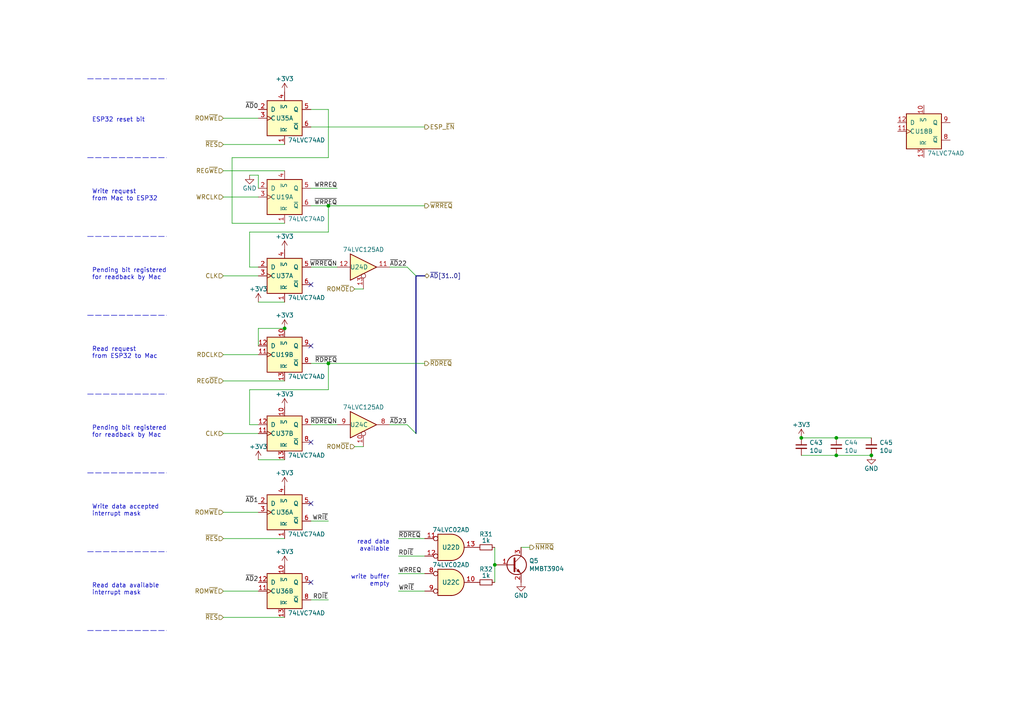
<source format=kicad_sch>
(kicad_sch (version 20211123) (generator eeschema)
  (paper "A4")
  (title_block (title "NuBus-ESP32") (date "2021-11-18") (rev "0.1") (company "Garrett's Workshop"))
  (lib_symbols
    (symbol "74xx:74LS02" (pin_names (offset 1.016))
      (property "Reference" "U" (at 0 1.27 0))
      (property "Value" "74LS02" (at 0 -1.27 0))
      (symbol "74LS02_1_1"
        (arc (start -3.81 -3.81) (mid -2.589 0) (end -3.81 3.81) (stroke (width 0.254)))
        (arc (start -0.6096 -3.81) (mid 2.1855 -2.584) (end 3.81 0) (stroke (width 0.254)) (fill (type background)))
        (polyline (pts (xy -3.81 -3.81) (xy -0.635 -3.81)) (stroke (width 0.254)) (fill (type background)))
        (polyline (pts (xy -3.81 3.81) (xy -0.635 3.81)) (stroke (width 0.254)) (fill (type background)))
        (polyline (pts (xy -0.635 3.81) (xy -3.81 3.81) (xy -3.81 3.81) (xy -3.556 3.4036) (xy -3.0226 2.2606) (xy -2.6924 1.0414) (xy -2.6162 -0.254) (xy -2.7686 -1.4986) (xy -3.175 -2.7178) (xy -3.81 -3.81) (xy -3.81 -3.81) (xy -0.635 -3.81)) (stroke (width -25.4)) (fill (type background)))
        (arc (start 3.81 0) (mid 2.1928 2.5925) (end -0.6096 3.81) (stroke (width 0.254)) (fill (type background)))
        (pin output inverted (at 7.62 0 180) (length 3.81) (name "~") (number "1"))
        (pin input line (at -7.62 2.54 0) (length 4.318) (name "~") (number "2"))
        (pin input line (at -7.62 -2.54 0) (length 4.318) (name "~") (number "3"))
      )
      (symbol "74LS02_1_2"
        (arc (start 0 -3.81) (mid 3.81 0) (end 0 3.81) (stroke (width 0.254)) (fill (type background)))
        (polyline (pts (xy 0 3.81) (xy -3.81 3.81) (xy -3.81 -3.81) (xy 0 -3.81)) (stroke (width 0.254)) (fill (type background)))
        (pin output line (at 7.62 0 180) (length 3.81) (name "~") (number "1"))
        (pin input inverted (at -7.62 2.54 0) (length 3.81) (name "~") (number "2"))
        (pin input inverted (at -7.62 -2.54 0) (length 3.81) (name "~") (number "3"))
      )
      (symbol "74LS02_2_1"
        (arc (start -3.81 -3.81) (mid -2.589 0) (end -3.81 3.81) (stroke (width 0.254)))
        (arc (start -0.6096 -3.81) (mid 2.1855 -2.584) (end 3.81 0) (stroke (width 0.254)) (fill (type background)))
        (polyline (pts (xy -3.81 -3.81) (xy -0.635 -3.81)) (stroke (width 0.254)) (fill (type background)))
        (polyline (pts (xy -3.81 3.81) (xy -0.635 3.81)) (stroke (width 0.254)) (fill (type background)))
        (polyline (pts (xy -0.635 3.81) (xy -3.81 3.81) (xy -3.81 3.81) (xy -3.556 3.4036) (xy -3.0226 2.2606) (xy -2.6924 1.0414) (xy -2.6162 -0.254) (xy -2.7686 -1.4986) (xy -3.175 -2.7178) (xy -3.81 -3.81) (xy -3.81 -3.81) (xy -0.635 -3.81)) (stroke (width -25.4)) (fill (type background)))
        (arc (start 3.81 0) (mid 2.1928 2.5925) (end -0.6096 3.81) (stroke (width 0.254)) (fill (type background)))
        (pin output inverted (at 7.62 0 180) (length 3.81) (name "~") (number "4"))
        (pin input line (at -7.62 2.54 0) (length 4.318) (name "~") (number "5"))
        (pin input line (at -7.62 -2.54 0) (length 4.318) (name "~") (number "6"))
      )
      (symbol "74LS02_2_2"
        (arc (start 0 -3.81) (mid 3.81 0) (end 0 3.81) (stroke (width 0.254)) (fill (type background)))
        (polyline (pts (xy 0 3.81) (xy -3.81 3.81) (xy -3.81 -3.81) (xy 0 -3.81)) (stroke (width 0.254)) (fill (type background)))
        (pin output line (at 7.62 0 180) (length 3.81) (name "~") (number "4"))
        (pin input inverted (at -7.62 2.54 0) (length 3.81) (name "~") (number "5"))
        (pin input inverted (at -7.62 -2.54 0) (length 3.81) (name "~") (number "6"))
      )
      (symbol "74LS02_3_1"
        (arc (start -3.81 -3.81) (mid -2.589 0) (end -3.81 3.81) (stroke (width 0.254)))
        (arc (start -0.6096 -3.81) (mid 2.1855 -2.584) (end 3.81 0) (stroke (width 0.254)) (fill (type background)))
        (polyline (pts (xy -3.81 -3.81) (xy -0.635 -3.81)) (stroke (width 0.254)) (fill (type background)))
        (polyline (pts (xy -3.81 3.81) (xy -0.635 3.81)) (stroke (width 0.254)) (fill (type background)))
        (polyline (pts (xy -0.635 3.81) (xy -3.81 3.81) (xy -3.81 3.81) (xy -3.556 3.4036) (xy -3.0226 2.2606) (xy -2.6924 1.0414) (xy -2.6162 -0.254) (xy -2.7686 -1.4986) (xy -3.175 -2.7178) (xy -3.81 -3.81) (xy -3.81 -3.81) (xy -0.635 -3.81)) (stroke (width -25.4)) (fill (type background)))
        (arc (start 3.81 0) (mid 2.1928 2.5925) (end -0.6096 3.81) (stroke (width 0.254)) (fill (type background)))
        (pin output inverted (at 7.62 0 180) (length 3.81) (name "~") (number "10"))
        (pin input line (at -7.62 2.54 0) (length 4.318) (name "~") (number "8"))
        (pin input line (at -7.62 -2.54 0) (length 4.318) (name "~") (number "9"))
      )
      (symbol "74LS02_3_2"
        (arc (start 0 -3.81) (mid 3.81 0) (end 0 3.81) (stroke (width 0.254)) (fill (type background)))
        (polyline (pts (xy 0 3.81) (xy -3.81 3.81) (xy -3.81 -3.81) (xy 0 -3.81)) (stroke (width 0.254)) (fill (type background)))
        (pin output line (at 7.62 0 180) (length 3.81) (name "~") (number "10"))
        (pin input inverted (at -7.62 2.54 0) (length 3.81) (name "~") (number "8"))
        (pin input inverted (at -7.62 -2.54 0) (length 3.81) (name "~") (number "9"))
      )
      (symbol "74LS02_4_1"
        (arc (start -3.81 -3.81) (mid -2.589 0) (end -3.81 3.81) (stroke (width 0.254)))
        (arc (start -0.6096 -3.81) (mid 2.1855 -2.584) (end 3.81 0) (stroke (width 0.254)) (fill (type background)))
        (polyline (pts (xy -3.81 -3.81) (xy -0.635 -3.81)) (stroke (width 0.254)) (fill (type background)))
        (polyline (pts (xy -3.81 3.81) (xy -0.635 3.81)) (stroke (width 0.254)) (fill (type background)))
        (polyline (pts (xy -0.635 3.81) (xy -3.81 3.81) (xy -3.81 3.81) (xy -3.556 3.4036) (xy -3.0226 2.2606) (xy -2.6924 1.0414) (xy -2.6162 -0.254) (xy -2.7686 -1.4986) (xy -3.175 -2.7178) (xy -3.81 -3.81) (xy -3.81 -3.81) (xy -0.635 -3.81)) (stroke (width -25.4)) (fill (type background)))
        (arc (start 3.81 0) (mid 2.1928 2.5925) (end -0.6096 3.81) (stroke (width 0.254)) (fill (type background)))
        (pin input line (at -7.62 2.54 0) (length 4.318) (name "~") (number "11"))
        (pin input line (at -7.62 -2.54 0) (length 4.318) (name "~") (number "12"))
        (pin output inverted (at 7.62 0 180) (length 3.81) (name "~") (number "13"))
      )
      (symbol "74LS02_4_2"
        (arc (start 0 -3.81) (mid 3.81 0) (end 0 3.81) (stroke (width 0.254)) (fill (type background)))
        (polyline (pts (xy 0 3.81) (xy -3.81 3.81) (xy -3.81 -3.81) (xy 0 -3.81)) (stroke (width 0.254)) (fill (type background)))
        (pin input inverted (at -7.62 2.54 0) (length 3.81) (name "~") (number "11"))
        (pin input inverted (at -7.62 -2.54 0) (length 3.81) (name "~") (number "12"))
        (pin output line (at 7.62 0 180) (length 3.81) (name "~") (number "13"))
      )
      (symbol "74LS02_5_0"
        (pin power_in line (at 0 12.7 270) (length 5.08) (name "VCC") (number "14"))
        (pin power_in line (at 0 -12.7 90) (length 5.08) (name "GND") (number "7"))
      )
      (symbol "74LS02_5_1"
        (rectangle (start -5.08 7.62) (end 5.08 -7.62) (stroke (width 0.254)) (fill (type background)))
      )
    )
    (symbol "74xx:74LS125" (pin_names (offset 1.016))
      (property "Reference" "U" (at 0 1.27 0))
      (property "Value" "74LS125" (at 0 -1.27 0))
      (symbol "74LS125_1_0"
        (polyline (pts (xy -3.81 3.81) (xy -3.81 -3.81) (xy 3.81 0) (xy -3.81 3.81)) (stroke (width 0.254)) (fill (type background)))
        (pin input inverted (at 0 -6.35 90) (length 4.445) (name "~") (number "1"))
        (pin input line (at -7.62 0 0) (length 3.81) (name "~") (number "2"))
        (pin tri_state line (at 7.62 0 180) (length 3.81) (name "~") (number "3"))
      )
      (symbol "74LS125_2_0"
        (polyline (pts (xy -3.81 3.81) (xy -3.81 -3.81) (xy 3.81 0) (xy -3.81 3.81)) (stroke (width 0.254)) (fill (type background)))
        (pin input inverted (at 0 -6.35 90) (length 4.445) (name "~") (number "4"))
        (pin input line (at -7.62 0 0) (length 3.81) (name "~") (number "5"))
        (pin tri_state line (at 7.62 0 180) (length 3.81) (name "~") (number "6"))
      )
      (symbol "74LS125_3_0"
        (polyline (pts (xy -3.81 3.81) (xy -3.81 -3.81) (xy 3.81 0) (xy -3.81 3.81)) (stroke (width 0.254)) (fill (type background)))
        (pin input inverted (at 0 -6.35 90) (length 4.445) (name "~") (number "10"))
        (pin tri_state line (at 7.62 0 180) (length 3.81) (name "~") (number "8"))
        (pin input line (at -7.62 0 0) (length 3.81) (name "~") (number "9"))
      )
      (symbol "74LS125_4_0"
        (polyline (pts (xy -3.81 3.81) (xy -3.81 -3.81) (xy 3.81 0) (xy -3.81 3.81)) (stroke (width 0.254)) (fill (type background)))
        (pin tri_state line (at 7.62 0 180) (length 3.81) (name "~") (number "11"))
        (pin input line (at -7.62 0 0) (length 3.81) (name "~") (number "12"))
        (pin input inverted (at 0 -6.35 90) (length 4.445) (name "~") (number "13"))
      )
      (symbol "74LS125_5_0"
        (pin power_in line (at 0 12.7 270) (length 5.08) (name "VCC") (number "14"))
        (pin power_in line (at 0 -12.7 90) (length 5.08) (name "GND") (number "7"))
      )
      (symbol "74LS125_5_1"
        (rectangle (start -5.08 7.62) (end 5.08 -7.62) (stroke (width 0.254)) (fill (type background)))
      )
    )
    (symbol "74xx:74LS74" (pin_names (offset 1.016))
      (property "Reference" "U" (at -7.62 8.89 0))
      (property "Value" "74LS74" (at -7.62 -8.89 0))
      (symbol "74LS74_1_0"
        (pin input line (at 0 -7.62 90) (length 2.54) (name "~{R}") (number "1"))
        (pin input line (at -7.62 2.54 0) (length 2.54) (name "D") (number "2"))
        (pin input clock (at -7.62 0 0) (length 2.54) (name "C") (number "3"))
        (pin input line (at 0 7.62 270) (length 2.54) (name "~{S}") (number "4"))
        (pin output line (at 7.62 2.54 180) (length 2.54) (name "Q") (number "5"))
        (pin output line (at 7.62 -2.54 180) (length 2.54) (name "~{Q}") (number "6"))
      )
      (symbol "74LS74_1_1"
        (rectangle (start -5.08 5.08) (end 5.08 -5.08) (stroke (width 0.254)) (fill (type background)))
      )
      (symbol "74LS74_2_0"
        (pin input line (at 0 7.62 270) (length 2.54) (name "~{S}") (number "10"))
        (pin input clock (at -7.62 0 0) (length 2.54) (name "C") (number "11"))
        (pin input line (at -7.62 2.54 0) (length 2.54) (name "D") (number "12"))
        (pin input line (at 0 -7.62 90) (length 2.54) (name "~{R}") (number "13"))
        (pin output line (at 7.62 -2.54 180) (length 2.54) (name "~{Q}") (number "8"))
        (pin output line (at 7.62 2.54 180) (length 2.54) (name "Q") (number "9"))
      )
      (symbol "74LS74_2_1"
        (rectangle (start -5.08 5.08) (end 5.08 -5.08) (stroke (width 0.254)) (fill (type background)))
      )
      (symbol "74LS74_3_0"
        (pin power_in line (at 0 10.16 270) (length 2.54) (name "VCC") (number "14"))
        (pin power_in line (at 0 -10.16 90) (length 2.54) (name "GND") (number "7"))
      )
      (symbol "74LS74_3_1"
        (rectangle (start -5.08 7.62) (end 5.08 -7.62) (stroke (width 0.254)) (fill (type background)))
      )
    )
    (symbol "Device:C_Small" (pin_numbers hide) (pin_names (offset 0.254) hide)
      (property "Reference" "C" (at 0.254 1.778 0))
      (property "Value" "C_Small" (at 0.254 -2.032 0))
      (symbol "C_Small_0_1"
        (polyline (pts (xy -1.524 -0.508) (xy 1.524 -0.508)) (stroke (width 0.3302)))
        (polyline (pts (xy -1.524 0.508) (xy 1.524 0.508)) (stroke (width 0.3048)))
      )
      (symbol "C_Small_1_1"
        (pin passive line (at 0 2.54 270) (length 2.032) (name "~") (number "1"))
        (pin passive line (at 0 -2.54 90) (length 2.032) (name "~") (number "2"))
      )
    )
    (symbol "Device:R_Small" (pin_numbers hide) (pin_names (offset 0.254) hide)
      (property "Reference" "R" (at 0.762 0.508 0))
      (property "Value" "R_Small" (at 0.762 -1.016 0))
      (symbol "R_Small_0_1"
        (rectangle (start -0.762 1.778) (end 0.762 -1.778) (stroke (width 0.2032)))
      )
      (symbol "R_Small_1_1"
        (pin passive line (at 0 2.54 270) (length 0.762) (name "~") (number "1"))
        (pin passive line (at 0 -2.54 90) (length 0.762) (name "~") (number "2"))
      )
    )
    (symbol "Transistor_BJT:MMBT3904" (pin_names (offset 0) hide)
      (property "Reference" "Q" (at 5.08 1.905 0))
      (property "Value" "MMBT3904" (at 5.08 0 0))
      (symbol "MMBT3904_0_1"
        (polyline (pts (xy 0.635 0.635) (xy 2.54 2.54)))
        (polyline (pts (xy 0.635 -0.635) (xy 2.54 -2.54) (xy 2.54 -2.54)))
        (polyline (pts (xy 0.635 1.905) (xy 0.635 -1.905) (xy 0.635 -1.905)) (stroke (width 0.508)))
        (polyline (pts (xy 1.27 -1.778) (xy 1.778 -1.27) (xy 2.286 -2.286) (xy 1.27 -1.778) (xy 1.27 -1.778)) (fill (type outline)))
        (circle (center 1.27 0) (radius 2.8194) (stroke (width 0.254)))
      )
      (symbol "MMBT3904_1_1"
        (pin input line (at -5.08 0 0) (length 5.715) (name "B") (number "1"))
        (pin passive line (at 2.54 -5.08 90) (length 2.54) (name "E") (number "2"))
        (pin passive line (at 2.54 5.08 270) (length 2.54) (name "C") (number "3"))
      )
    )
    (symbol "power:+3V3" (power) (pin_names (offset 0))
      (property "Value" "+3V3" (at 0 3.556 0))
      (symbol "+3V3_0_1"
        (polyline (pts (xy -0.762 1.27) (xy 0 2.54)))
        (polyline (pts (xy 0 0) (xy 0 2.54)))
        (polyline (pts (xy 0 2.54) (xy 0.762 1.27)))
      )
      (symbol "+3V3_1_1"
        (pin power_in line (at 0 0 90) (length 0) hide (name "+3V3") (number "1"))
      )
    )
    (symbol "power:GND" (power) (pin_names (offset 0))
      (property "Value" "GND" (at 0 -3.81 0))
      (symbol "GND_0_1"
        (polyline (pts (xy 0 0) (xy 0 -1.27) (xy 1.27 -1.27) (xy 0 -2.54) (xy -1.27 -1.27) (xy 0 -1.27)))
      )
      (symbol "GND_1_1"
        (pin power_in line (at 0 0 270) (length 0) hide (name "GND") (number "1"))
      )
    )
  )
  (junction (at 95.25 59.69))
  (junction (at 232.41 127))
  (junction (at 242.57 127))
  (junction (at 82.55 95.25))
  (junction (at 143.51 163.83))
  (junction (at 242.57 132.08))
  (junction (at 95.25 105.41))
  (junction (at 252.73 132.08))
  (no_connect (at 90.17 168.91))
  (no_connect (at 90.17 128.27))
  (no_connect (at 90.17 146.05))
  (no_connect (at 90.17 100.33))
  (no_connect (at 90.17 82.55))
  (bus_entry (at 118.11 77.47) (size 2.54 2.54))
  (bus_entry (at 118.11 123.19) (size 2.54 2.54))
  (wire (pts (xy 90.17 31.75) (xy 95.25 31.75)))
  (wire (pts (xy 242.57 127) (xy 252.73 127)))
  (wire (pts (xy 72.39 67.31) (xy 72.39 77.47)))
  (wire (pts (xy 82.55 95.25) (xy 74.93 95.25)))
  (wire (pts (xy 242.57 132.08) (xy 232.41 132.08)))
  (wire (pts (xy 64.77 102.87) (xy 74.93 102.87)))
  (polyline (pts (xy 25.4 114.3) (xy 48.26 114.3)))
  (polyline (pts (xy 25.4 22.86) (xy 48.26 22.86)))
  (wire (pts (xy 64.77 41.91) (xy 82.55 41.91)))
  (wire (pts (xy 72.39 113.03) (xy 72.39 123.19)))
  (wire (pts (xy 64.77 171.45) (xy 74.93 171.45)))
  (wire (pts (xy 72.39 50.8) (xy 74.93 50.8)))
  (bus (pts (xy 123.19 80.01) (xy 120.65 80.01)))
  (wire (pts (xy 143.51 158.75) (xy 143.51 163.83)))
  (wire (pts (xy 64.77 49.53) (xy 82.55 49.53)))
  (wire (pts (xy 97.79 123.19) (xy 90.17 123.19)))
  (wire (pts (xy 115.57 156.21) (xy 123.19 156.21)))
  (wire (pts (xy 252.73 132.08) (xy 242.57 132.08)))
  (wire (pts (xy 115.57 171.45) (xy 123.19 171.45)))
  (wire (pts (xy 95.25 45.72) (xy 67.31 45.72)))
  (polyline (pts (xy 25.4 160.02) (xy 48.26 160.02)))
  (wire (pts (xy 102.87 129.54) (xy 105.41 129.54)))
  (wire (pts (xy 90.17 173.99) (xy 95.25 173.99)))
  (wire (pts (xy 67.31 45.72) (xy 67.31 64.77)))
  (wire (pts (xy 74.93 125.73) (xy 64.77 125.73)))
  (wire (pts (xy 64.77 156.21) (xy 82.55 156.21)))
  (wire (pts (xy 74.93 50.8) (xy 74.93 54.61)))
  (wire (pts (xy 113.03 77.47) (xy 118.11 77.47)))
  (wire (pts (xy 95.25 59.69) (xy 90.17 59.69)))
  (wire (pts (xy 115.57 161.29) (xy 123.19 161.29)))
  (wire (pts (xy 64.77 57.15) (xy 74.93 57.15)))
  (polyline (pts (xy 25.4 45.72) (xy 48.26 45.72)))
  (wire (pts (xy 95.25 59.69) (xy 123.19 59.69)))
  (wire (pts (xy 105.41 83.82) (xy 102.87 83.82)))
  (wire (pts (xy 67.31 64.77) (xy 82.55 64.77)))
  (wire (pts (xy 95.25 59.69) (xy 95.25 67.31)))
  (wire (pts (xy 97.79 54.61) (xy 90.17 54.61)))
  (polyline (pts (xy 25.4 182.88) (xy 48.26 182.88)))
  (wire (pts (xy 72.39 123.19) (xy 74.93 123.19)))
  (wire (pts (xy 90.17 151.13) (xy 95.25 151.13)))
  (wire (pts (xy 74.93 87.63) (xy 82.55 87.63)))
  (wire (pts (xy 64.77 110.49) (xy 82.55 110.49)))
  (wire (pts (xy 64.77 34.29) (xy 74.93 34.29)))
  (polyline (pts (xy 25.4 68.58) (xy 48.26 68.58)))
  (wire (pts (xy 74.93 95.25) (xy 74.93 100.33)))
  (wire (pts (xy 143.51 163.83) (xy 143.51 168.91)))
  (wire (pts (xy 72.39 77.47) (xy 74.93 77.47)))
  (wire (pts (xy 74.93 133.35) (xy 82.55 133.35)))
  (wire (pts (xy 95.25 105.41) (xy 90.17 105.41)))
  (wire (pts (xy 123.19 36.83) (xy 90.17 36.83)))
  (wire (pts (xy 64.77 179.07) (xy 82.55 179.07)))
  (wire (pts (xy 95.25 67.31) (xy 72.39 67.31)))
  (wire (pts (xy 97.79 77.47) (xy 90.17 77.47)))
  (wire (pts (xy 153.67 158.75) (xy 151.13 158.75)))
  (wire (pts (xy 113.03 123.19) (xy 118.11 123.19)))
  (polyline (pts (xy 25.4 137.16) (xy 48.26 137.16)))
  (wire (pts (xy 64.77 148.59) (xy 74.93 148.59)))
  (wire (pts (xy 123.19 105.41) (xy 95.25 105.41)))
  (wire (pts (xy 242.57 127) (xy 232.41 127)))
  (wire (pts (xy 95.25 113.03) (xy 72.39 113.03)))
  (wire (pts (xy 95.25 31.75) (xy 95.25 45.72)))
  (wire (pts (xy 95.25 105.41) (xy 95.25 113.03)))
  (wire (pts (xy 115.57 166.37) (xy 123.19 166.37)))
  (wire (pts (xy 74.93 80.01) (xy 64.77 80.01)))
  (polyline (pts (xy 25.4 91.44) (xy 48.26 91.44)))
  (bus (pts (xy 120.65 80.01) (xy 120.65 125.73)))
  (text "Write request\nfrom Mac to ESP32" (at 26.67 58.42 0) (effects (font (size 1.27 1.27)) (justify left bottom)))
  (text "Read data available\ninterrupt mask" (at 26.67 172.72 0) (effects (font (size 1.27 1.27)) (justify left bottom)))
  (text "Read request\nfrom ESP32 to Mac" (at 26.67 104.14 0) (effects (font (size 1.27 1.27)) (justify left bottom)))
  (text "read data\navailable" (at 113.03 160.02 180) (effects (font (size 1.27 1.27)) (justify right bottom)))
  (text "Pending bit registered\nfor readback by Mac" (at 26.67 81.28 0) (effects (font (size 1.27 1.27)) (justify left bottom)))
  (text "write buffer\nempty" (at 113.03 170.18 180) (effects (font (size 1.27 1.27)) (justify right bottom)))
  (text "ESP32 reset bit" (at 26.67 35.56 0) (effects (font (size 1.27 1.27)) (justify left bottom)))
  (text "Pending bit registered\nfor readback by Mac" (at 26.67 127 0) (effects (font (size 1.27 1.27)) (justify left bottom)))
  (text "Write data accepted\ninterrupt mask" (at 26.67 149.86 0) (effects (font (size 1.27 1.27)) (justify left bottom)))
  (label "~{AD}2" (at 74.93 168.91 180))
  (label "~{AD}1" (at 74.93 146.05 180))
  (label "WRREQ" (at 115.57 166.37 0))
  (label "~{RDREQ}" (at 97.79 105.41 180))
  (label "~{AD}23" (at 113.03 123.19 0))
  (label "~{AD}0" (at 74.93 31.75 180))
  (label "WR~{IE}" (at 115.57 171.45 0))
  (label "~{RDREQ}N" (at 97.79 123.19 180))
  (label "RD~{IE}" (at 95.25 173.99 180))
  (label "~{WRREQ}N" (at 97.79 77.47 180))
  (label "RD~{IE}" (at 115.57 161.29 0))
  (label "~{WRREQ}" (at 97.79 59.69 180))
  (label "~{AD}22" (at 113.03 77.47 0))
  (label "WR~{IE}" (at 95.25 151.13 180))
  (label "~{RDREQ}" (at 115.57 156.21 0))
  (label "WRREQ" (at 97.79 54.61 180))
  (hierarchical_label "ROM~{WE}" (shape input) (at 64.77 34.29 180))
  (hierarchical_label "ESP_~{EN}" (shape output) (at 123.19 36.83 0))
  (hierarchical_label "~{NMRQ}" (shape output) (at 153.67 158.75 0))
  (hierarchical_label "~{RES}" (shape input) (at 64.77 41.91 180))
  (hierarchical_label "~{RES}" (shape input) (at 64.77 179.07 180))
  (hierarchical_label "ROM~{OE}" (shape input) (at 102.87 129.54 180))
  (hierarchical_label "~{RES}" (shape input) (at 64.77 156.21 180))
  (hierarchical_label "WRCLK" (shape input) (at 64.77 57.15 180))
  (hierarchical_label "CLK" (shape input) (at 64.77 125.73 180))
  (hierarchical_label "RDCLK" (shape input) (at 64.77 102.87 180))
  (hierarchical_label "~{AD}[31..0]" (shape bidirectional) (at 123.19 80.01 0))
  (hierarchical_label "REG~{OE}" (shape input) (at 64.77 110.49 180))
  (hierarchical_label "~{WRREQ}" (shape output) (at 123.19 59.69 0))
  (hierarchical_label "REG~{WE}" (shape input) (at 64.77 49.53 180))
  (hierarchical_label "~{RDREQ}" (shape output) (at 123.19 105.41 0))
  (hierarchical_label "ROM~{WE}" (shape input) (at 64.77 148.59 180))
  (hierarchical_label "CLK" (shape input) (at 64.77 80.01 180))
  (hierarchical_label "ROM~{OE}" (shape input) (at 102.87 83.82 180))
  (hierarchical_label "ROM~{WE}" (shape input) (at 64.77 171.45 180))
  (symbol (lib_id "74xx:74LS74") (at 82.55 80.01 0) (unit 1)
    (property "Reference" "U37" (at 82.55 80.01 0))
    (property "Value" "74LVC74AD" (at 88.9 86.36 0))
    (property "Footprint" "stdpads:SOIC-14_3.9mm" (effects hide))
    (property "Datasheet" "74xx/74hc_hct74.pdf" (effects hide))
    (property "LCSC Part" "C7864" (effects hide))
  )
  (symbol (lib_id "74xx:74LS74") (at 82.55 125.73 0) (unit 2)
    (property "Reference" "U37" (at 82.55 125.73 0))
    (property "Value" "74LVC74AD" (at 88.9 132.08 0))
    (property "Footprint" "stdpads:SOIC-14_3.9mm" (effects hide))
    (property "Datasheet" "74xx/74hc_hct74.pdf" (effects hide))
    (property "LCSC Part" "C7864" (effects hide))
  )
  (symbol (lib_id "power:+3V3") (at 232.41 127 0) (unit 1)
    (property "Reference" "#PWR0213" (effects hide))
    (property "Value" "+3V3" (at 232.41 123.19 0))
  )
  (symbol (lib_id "Device:C_Small") (at 232.41 129.54 0) (mirror y) (unit 1)
    (property "Reference" "C43" (at 234.7468 128.3716 0) (effects (justify right)))
    (property "Value" "10u" (at 234.7468 130.683 0) (effects (justify right)))
    (property "Footprint" "stdpads:C_0805" (effects hide))
    (property "LCSC Part" "C15850" (effects hide))
  )
  (symbol (lib_id "Device:C_Small") (at 242.57 129.54 0) (mirror y) (unit 1)
    (property "Reference" "C44" (at 244.9068 128.3716 0) (effects (justify right)))
    (property "Value" "10u" (at 244.9068 130.683 0) (effects (justify right)))
    (property "Footprint" "stdpads:C_0805" (effects hide))
    (property "LCSC Part" "C15850" (effects hide))
  )
  (symbol (lib_id "Device:C_Small") (at 252.73 129.54 0) (mirror y) (unit 1)
    (property "Reference" "C45" (at 255.0668 128.3716 0) (effects (justify right)))
    (property "Value" "10u" (at 255.0668 130.683 0) (effects (justify right)))
    (property "Footprint" "stdpads:C_0805" (effects hide))
    (property "LCSC Part" "C15850" (effects hide))
  )
  (symbol (lib_id "power:GND") (at 252.73 132.08 0) (unit 1)
    (property "Reference" "#PWR0214" (effects hide))
    (property "Value" "GND" (at 252.73 135.89 0))
  )
  (symbol (lib_id "power:+3V3") (at 82.55 118.11 0) (unit 1)
    (property "Reference" "#PWR0104" (effects hide))
    (property "Value" "+3V3" (at 82.55 114.3 0))
  )
  (symbol (lib_id "power:+3V3") (at 74.93 133.35 0) (unit 1)
    (property "Reference" "#PWR0105" (effects hide))
    (property "Value" "+3V3" (at 74.93 129.54 0))
  )
  (symbol (lib_id "74xx:74LS74") (at 82.55 57.15 0) (unit 1)
    (property "Reference" "U19" (at 82.55 57.15 0))
    (property "Value" "74LVC74AD" (at 88.9 63.5 0))
    (property "Footprint" "stdpads:SOIC-14_3.9mm" (effects hide))
    (property "Datasheet" "74xx/74hc_hct74.pdf" (effects hide))
    (property "LCSC Part" "C7864" (effects hide))
  )
  (symbol (lib_id "74xx:74LS74") (at 82.55 102.87 0) (unit 2)
    (property "Reference" "U19" (at 82.55 102.87 0))
    (property "Value" "74LVC74AD" (at 88.9 109.22 0))
    (property "Footprint" "stdpads:SOIC-14_3.9mm" (effects hide))
    (property "Datasheet" "74xx/74hc_hct74.pdf" (effects hide))
    (property "LCSC Part" "C7864" (effects hide))
  )
  (symbol (lib_id "74xx:74LS74") (at 267.97 38.1 0) (unit 2)
    (property "Reference" "U18" (at 267.97 38.1 0))
    (property "Value" "74LVC74AD" (at 274.32 44.45 0))
    (property "Footprint" "stdpads:SOIC-14_3.9mm" (effects hide))
    (property "Datasheet" "74xx/74hc_hct74.pdf" (effects hide))
    (property "LCSC Part" "C7864" (effects hide))
  )
  (symbol (lib_id "74xx:74LS74") (at 82.55 171.45 0) (unit 2)
    (property "Reference" "U36" (at 82.55 171.45 0))
    (property "Value" "74LVC74AD" (at 88.9 177.8 0))
    (property "Footprint" "stdpads:SOIC-14_3.9mm" (effects hide))
    (property "Datasheet" "74xx/74hc_hct74.pdf" (effects hide))
    (property "LCSC Part" "C7864" (effects hide))
  )
  (symbol (lib_id "power:+3V3") (at 82.55 140.97 0) (unit 1)
    (property "Reference" "#PWR0108" (effects hide))
    (property "Value" "+3V3" (at 82.55 137.16 0))
  )
  (symbol (lib_id "74xx:74LS74") (at 82.55 148.59 0) (unit 1)
    (property "Reference" "U36" (at 82.55 148.59 0))
    (property "Value" "74LVC74AD" (at 88.9 154.94 0))
    (property "Footprint" "stdpads:SOIC-14_3.9mm" (effects hide))
    (property "Datasheet" "74xx/74hc_hct74.pdf" (effects hide))
    (property "LCSC Part" "C7864" (effects hide))
  )
  (symbol (lib_id "74xx:74LS125") (at 105.41 123.19 0) (unit 3)
    (property "Reference" "U24" (at 104.14 123.19 0))
    (property "Value" "74LVC125AD" (at 105.41 118.11 0))
    (property "Footprint" "stdpads:SOIC-14_3.9mm" (effects hide))
    (property "Datasheet" "http://www.ti.com/lit/gpn/sn74LS125" (effects hide))
    (property "LCSC Part" "C7661" (effects hide))
  )
  (symbol (lib_id "power:+3V3") (at 82.55 163.83 0) (unit 1)
    (property "Reference" "#PWR0187" (effects hide))
    (property "Value" "+3V3" (at 82.55 160.02 0))
  )
  (symbol (lib_id "Device:R_Small") (at 140.97 158.75 270) (unit 1)
    (property "Reference" "R31" (at 140.97 154.94 90))
    (property "Value" "1k" (at 140.97 157.48 90) (effects (justify bottom)))
    (property "Footprint" "stdpads:R_0805" (effects hide))
    (property "LCSC Part" "C17513" (effects hide))
  )
  (symbol (lib_id "Transistor_BJT:MMBT3904") (at 148.59 163.83 0) (unit 1)
    (property "Reference" "Q5" (at 153.4414 162.6616 0) (effects (justify left)))
    (property "Value" "MMBT3904" (at 153.4414 164.973 0) (effects (justify left)))
    (property "Footprint" "stdpads:SOT-23" (effects hide))
    (property "LCSC Part" "C20526" (effects hide))
  )
  (symbol (lib_id "power:GND") (at 151.13 168.91 0) (unit 1)
    (property "Reference" "#PWR0189" (effects hide))
    (property "Value" "GND" (at 151.13 172.72 0))
  )
  (symbol (lib_id "74xx:74LS02") (at 130.81 168.91 0) (unit 3) (convert 2)
    (property "Reference" "U22" (at 130.81 168.91 0))
    (property "Value" "74LVC02AD" (at 130.81 163.83 0))
    (property "Footprint" "stdpads:SOIC-14_3.9mm" (effects hide))
    (property "Datasheet" "http://www.ti.com/lit/gpn/sn74LS02" (effects hide))
    (property "LCSC Part" "C7804" (effects hide))
  )
  (symbol (lib_id "74xx:74LS02") (at 130.81 158.75 0) (unit 4) (convert 2)
    (property "Reference" "U22" (at 130.81 158.75 0))
    (property "Value" "74LVC02AD" (at 130.81 153.67 0))
    (property "Footprint" "stdpads:SOIC-14_3.9mm" (effects hide))
    (property "Datasheet" "http://www.ti.com/lit/gpn/sn74LS02" (effects hide))
    (property "LCSC Part" "C7804" (effects hide))
  )
  (symbol (lib_id "Device:R_Small") (at 140.97 168.91 270) (unit 1)
    (property "Reference" "R32" (at 140.97 165.1 90))
    (property "Value" "1k" (at 140.97 167.64 90) (effects (justify bottom)))
    (property "Footprint" "stdpads:R_0805" (effects hide))
    (property "LCSC Part" "C17513" (effects hide))
  )
  (symbol (lib_id "power:+3V3") (at 82.55 26.67 0) (unit 1)
    (property "Reference" "#PWR0170" (effects hide))
    (property "Value" "+3V3" (at 82.55 22.86 0))
  )
  (symbol (lib_id "74xx:74LS74") (at 82.55 34.29 0) (unit 1)
    (property "Reference" "U35" (at 82.55 34.29 0))
    (property "Value" "74LVC74AD" (at 88.9 40.64 0))
    (property "Footprint" "stdpads:SOIC-14_3.9mm" (effects hide))
    (property "Datasheet" "74xx/74hc_hct74.pdf" (effects hide))
    (property "LCSC Part" "C7864" (effects hide))
  )
  (symbol (lib_id "74xx:74LS125") (at 105.41 77.47 0) (unit 4)
    (property "Reference" "U24" (at 104.14 77.47 0))
    (property "Value" "74LVC125AD" (at 105.41 72.39 0))
    (property "Footprint" "stdpads:SOIC-14_3.9mm" (effects hide))
    (property "Datasheet" "http://www.ti.com/lit/gpn/sn74LS125" (effects hide))
    (property "LCSC Part" "C7661" (effects hide))
  )
  (symbol (lib_id "power:+3V3") (at 82.55 72.39 0) (unit 1)
    (property "Reference" "#PWR0208" (effects hide))
    (property "Value" "+3V3" (at 82.55 68.58 0))
  )
  (symbol (lib_id "power:+3V3") (at 74.93 87.63 0) (unit 1)
    (property "Reference" "#PWR0209" (effects hide))
    (property "Value" "+3V3" (at 74.93 83.82 0))
  )
  (symbol (lib_id "power:GND") (at 72.39 50.8 0) (unit 1)
    (property "Reference" "#PWR0210" (effects hide))
    (property "Value" "GND" (at 72.39 54.61 0))
  )
  (symbol (lib_id "power:+3V3") (at 82.55 95.25 0) (unit 1)
    (property "Reference" "#PWR0212" (effects hide))
    (property "Value" "+3V3" (at 82.55 91.44 0))
  )
)
</source>
